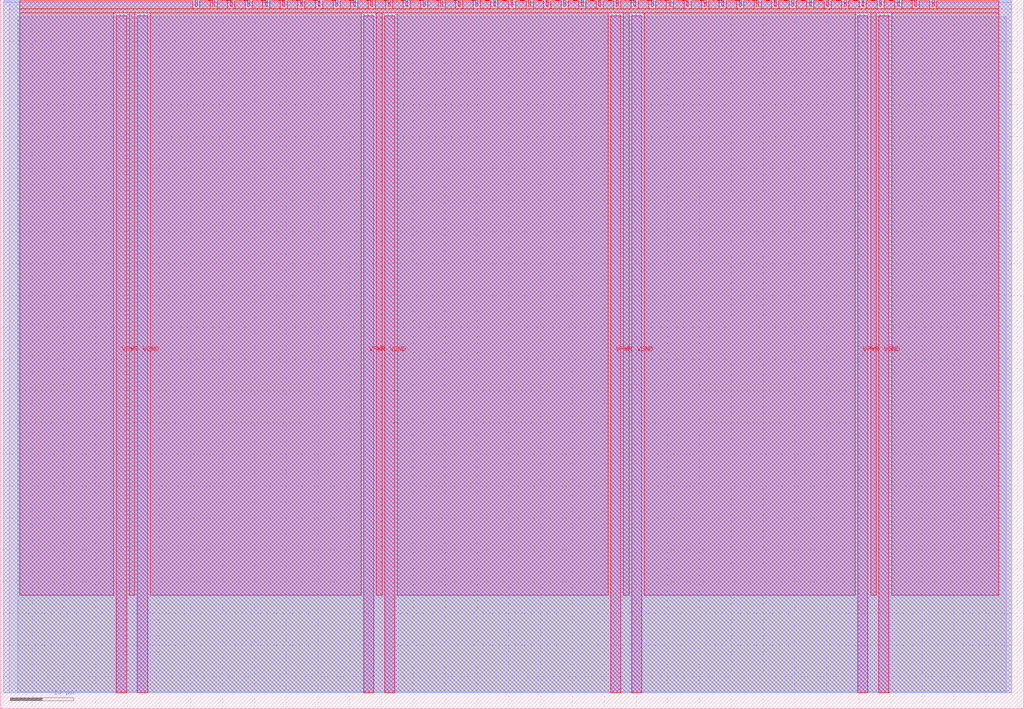
<source format=lef>
VERSION 5.7 ;
  NOWIREEXTENSIONATPIN ON ;
  DIVIDERCHAR "/" ;
  BUSBITCHARS "[]" ;
MACRO tt_um_simon_cipher
  CLASS BLOCK ;
  FOREIGN tt_um_simon_cipher ;
  ORIGIN 0.000 0.000 ;
  SIZE 161.000 BY 111.520 ;
  PIN VGND
    DIRECTION INOUT ;
    USE GROUND ;
    PORT
      LAYER met4 ;
        RECT 21.580 2.480 23.180 109.040 ;
    END
    PORT
      LAYER met4 ;
        RECT 60.450 2.480 62.050 109.040 ;
    END
    PORT
      LAYER met4 ;
        RECT 99.320 2.480 100.920 109.040 ;
    END
    PORT
      LAYER met4 ;
        RECT 138.190 2.480 139.790 109.040 ;
    END
  END VGND
  PIN VPWR
    DIRECTION INOUT ;
    USE POWER ;
    PORT
      LAYER met4 ;
        RECT 18.280 2.480 19.880 109.040 ;
    END
    PORT
      LAYER met4 ;
        RECT 57.150 2.480 58.750 109.040 ;
    END
    PORT
      LAYER met4 ;
        RECT 96.020 2.480 97.620 109.040 ;
    END
    PORT
      LAYER met4 ;
        RECT 134.890 2.480 136.490 109.040 ;
    END
  END VPWR
  PIN clk
    DIRECTION INPUT ;
    USE SIGNAL ;
    ANTENNAGATEAREA 0.852000 ;
    PORT
      LAYER met4 ;
        RECT 143.830 110.520 144.130 111.520 ;
    END
  END clk
  PIN ena
    DIRECTION INPUT ;
    USE SIGNAL ;
    PORT
      LAYER met4 ;
        RECT 146.590 110.520 146.890 111.520 ;
    END
  END ena
  PIN rst_n
    DIRECTION INPUT ;
    USE SIGNAL ;
    ANTENNAGATEAREA 0.126000 ;
    PORT
      LAYER met4 ;
        RECT 141.070 110.520 141.370 111.520 ;
    END
  END rst_n
  PIN ui_in[0]
    DIRECTION INPUT ;
    USE SIGNAL ;
    ANTENNAGATEAREA 0.196500 ;
    PORT
      LAYER met4 ;
        RECT 138.310 110.520 138.610 111.520 ;
    END
  END ui_in[0]
  PIN ui_in[1]
    DIRECTION INPUT ;
    USE SIGNAL ;
    PORT
      LAYER met4 ;
        RECT 135.550 110.520 135.850 111.520 ;
    END
  END ui_in[1]
  PIN ui_in[2]
    DIRECTION INPUT ;
    USE SIGNAL ;
    PORT
      LAYER met4 ;
        RECT 132.790 110.520 133.090 111.520 ;
    END
  END ui_in[2]
  PIN ui_in[3]
    DIRECTION INPUT ;
    USE SIGNAL ;
    PORT
      LAYER met4 ;
        RECT 130.030 110.520 130.330 111.520 ;
    END
  END ui_in[3]
  PIN ui_in[4]
    DIRECTION INPUT ;
    USE SIGNAL ;
    PORT
      LAYER met4 ;
        RECT 127.270 110.520 127.570 111.520 ;
    END
  END ui_in[4]
  PIN ui_in[5]
    DIRECTION INPUT ;
    USE SIGNAL ;
    ANTENNAGATEAREA 0.196500 ;
    PORT
      LAYER met4 ;
        RECT 124.510 110.520 124.810 111.520 ;
    END
  END ui_in[5]
  PIN ui_in[6]
    DIRECTION INPUT ;
    USE SIGNAL ;
    ANTENNAGATEAREA 0.213000 ;
    ANTENNADIFFAREA 0.434700 ;
    PORT
      LAYER met4 ;
        RECT 121.750 110.520 122.050 111.520 ;
    END
  END ui_in[6]
  PIN ui_in[7]
    DIRECTION INPUT ;
    USE SIGNAL ;
    ANTENNAGATEAREA 0.196500 ;
    PORT
      LAYER met4 ;
        RECT 118.990 110.520 119.290 111.520 ;
    END
  END ui_in[7]
  PIN uio_in[0]
    DIRECTION INPUT ;
    USE SIGNAL ;
    PORT
      LAYER met4 ;
        RECT 116.230 110.520 116.530 111.520 ;
    END
  END uio_in[0]
  PIN uio_in[1]
    DIRECTION INPUT ;
    USE SIGNAL ;
    PORT
      LAYER met4 ;
        RECT 113.470 110.520 113.770 111.520 ;
    END
  END uio_in[1]
  PIN uio_in[2]
    DIRECTION INPUT ;
    USE SIGNAL ;
    PORT
      LAYER met4 ;
        RECT 110.710 110.520 111.010 111.520 ;
    END
  END uio_in[2]
  PIN uio_in[3]
    DIRECTION INPUT ;
    USE SIGNAL ;
    PORT
      LAYER met4 ;
        RECT 107.950 110.520 108.250 111.520 ;
    END
  END uio_in[3]
  PIN uio_in[4]
    DIRECTION INPUT ;
    USE SIGNAL ;
    PORT
      LAYER met4 ;
        RECT 105.190 110.520 105.490 111.520 ;
    END
  END uio_in[4]
  PIN uio_in[5]
    DIRECTION INPUT ;
    USE SIGNAL ;
    PORT
      LAYER met4 ;
        RECT 102.430 110.520 102.730 111.520 ;
    END
  END uio_in[5]
  PIN uio_in[6]
    DIRECTION INPUT ;
    USE SIGNAL ;
    PORT
      LAYER met4 ;
        RECT 99.670 110.520 99.970 111.520 ;
    END
  END uio_in[6]
  PIN uio_in[7]
    DIRECTION INPUT ;
    USE SIGNAL ;
    PORT
      LAYER met4 ;
        RECT 96.910 110.520 97.210 111.520 ;
    END
  END uio_in[7]
  PIN uio_oe[0]
    DIRECTION OUTPUT ;
    USE SIGNAL ;
    ANTENNADIFFAREA 0.445500 ;
    PORT
      LAYER met4 ;
        RECT 49.990 110.520 50.290 111.520 ;
    END
  END uio_oe[0]
  PIN uio_oe[1]
    DIRECTION OUTPUT ;
    USE SIGNAL ;
    ANTENNADIFFAREA 0.445500 ;
    PORT
      LAYER met4 ;
        RECT 47.230 110.520 47.530 111.520 ;
    END
  END uio_oe[1]
  PIN uio_oe[2]
    DIRECTION OUTPUT ;
    USE SIGNAL ;
    ANTENNADIFFAREA 0.445500 ;
    PORT
      LAYER met4 ;
        RECT 44.470 110.520 44.770 111.520 ;
    END
  END uio_oe[2]
  PIN uio_oe[3]
    DIRECTION OUTPUT ;
    USE SIGNAL ;
    ANTENNADIFFAREA 0.445500 ;
    PORT
      LAYER met4 ;
        RECT 41.710 110.520 42.010 111.520 ;
    END
  END uio_oe[3]
  PIN uio_oe[4]
    DIRECTION OUTPUT ;
    USE SIGNAL ;
    ANTENNADIFFAREA 0.445500 ;
    PORT
      LAYER met4 ;
        RECT 38.950 110.520 39.250 111.520 ;
    END
  END uio_oe[4]
  PIN uio_oe[5]
    DIRECTION OUTPUT ;
    USE SIGNAL ;
    ANTENNADIFFAREA 0.445500 ;
    PORT
      LAYER met4 ;
        RECT 36.190 110.520 36.490 111.520 ;
    END
  END uio_oe[5]
  PIN uio_oe[6]
    DIRECTION OUTPUT ;
    USE SIGNAL ;
    ANTENNADIFFAREA 0.445500 ;
    PORT
      LAYER met4 ;
        RECT 33.430 110.520 33.730 111.520 ;
    END
  END uio_oe[6]
  PIN uio_oe[7]
    DIRECTION OUTPUT ;
    USE SIGNAL ;
    ANTENNADIFFAREA 0.445500 ;
    PORT
      LAYER met4 ;
        RECT 30.670 110.520 30.970 111.520 ;
    END
  END uio_oe[7]
  PIN uio_out[0]
    DIRECTION OUTPUT ;
    USE SIGNAL ;
    ANTENNADIFFAREA 0.445500 ;
    PORT
      LAYER met4 ;
        RECT 72.070 110.520 72.370 111.520 ;
    END
  END uio_out[0]
  PIN uio_out[1]
    DIRECTION OUTPUT ;
    USE SIGNAL ;
    ANTENNADIFFAREA 0.445500 ;
    PORT
      LAYER met4 ;
        RECT 69.310 110.520 69.610 111.520 ;
    END
  END uio_out[1]
  PIN uio_out[2]
    DIRECTION OUTPUT ;
    USE SIGNAL ;
    ANTENNADIFFAREA 0.445500 ;
    PORT
      LAYER met4 ;
        RECT 66.550 110.520 66.850 111.520 ;
    END
  END uio_out[2]
  PIN uio_out[3]
    DIRECTION OUTPUT ;
    USE SIGNAL ;
    ANTENNADIFFAREA 0.445500 ;
    PORT
      LAYER met4 ;
        RECT 63.790 110.520 64.090 111.520 ;
    END
  END uio_out[3]
  PIN uio_out[4]
    DIRECTION OUTPUT ;
    USE SIGNAL ;
    ANTENNADIFFAREA 0.445500 ;
    PORT
      LAYER met4 ;
        RECT 61.030 110.520 61.330 111.520 ;
    END
  END uio_out[4]
  PIN uio_out[5]
    DIRECTION OUTPUT ;
    USE SIGNAL ;
    ANTENNADIFFAREA 0.445500 ;
    PORT
      LAYER met4 ;
        RECT 58.270 110.520 58.570 111.520 ;
    END
  END uio_out[5]
  PIN uio_out[6]
    DIRECTION OUTPUT ;
    USE SIGNAL ;
    ANTENNADIFFAREA 0.445500 ;
    PORT
      LAYER met4 ;
        RECT 55.510 110.520 55.810 111.520 ;
    END
  END uio_out[6]
  PIN uio_out[7]
    DIRECTION OUTPUT ;
    USE SIGNAL ;
    ANTENNADIFFAREA 0.445500 ;
    PORT
      LAYER met4 ;
        RECT 52.750 110.520 53.050 111.520 ;
    END
  END uio_out[7]
  PIN uo_out[0]
    DIRECTION OUTPUT ;
    USE SIGNAL ;
    ANTENNADIFFAREA 0.445500 ;
    PORT
      LAYER met4 ;
        RECT 94.150 110.520 94.450 111.520 ;
    END
  END uo_out[0]
  PIN uo_out[1]
    DIRECTION OUTPUT ;
    USE SIGNAL ;
    ANTENNADIFFAREA 0.445500 ;
    PORT
      LAYER met4 ;
        RECT 91.390 110.520 91.690 111.520 ;
    END
  END uo_out[1]
  PIN uo_out[2]
    DIRECTION OUTPUT ;
    USE SIGNAL ;
    ANTENNADIFFAREA 0.445500 ;
    PORT
      LAYER met4 ;
        RECT 88.630 110.520 88.930 111.520 ;
    END
  END uo_out[2]
  PIN uo_out[3]
    DIRECTION OUTPUT ;
    USE SIGNAL ;
    ANTENNADIFFAREA 0.445500 ;
    PORT
      LAYER met4 ;
        RECT 85.870 110.520 86.170 111.520 ;
    END
  END uo_out[3]
  PIN uo_out[4]
    DIRECTION OUTPUT ;
    USE SIGNAL ;
    ANTENNADIFFAREA 0.445500 ;
    PORT
      LAYER met4 ;
        RECT 83.110 110.520 83.410 111.520 ;
    END
  END uo_out[4]
  PIN uo_out[5]
    DIRECTION OUTPUT ;
    USE SIGNAL ;
    ANTENNADIFFAREA 0.445500 ;
    PORT
      LAYER met4 ;
        RECT 80.350 110.520 80.650 111.520 ;
    END
  END uo_out[5]
  PIN uo_out[6]
    DIRECTION OUTPUT ;
    USE SIGNAL ;
    ANTENNADIFFAREA 0.445500 ;
    PORT
      LAYER met4 ;
        RECT 77.590 110.520 77.890 111.520 ;
    END
  END uo_out[6]
  PIN uo_out[7]
    DIRECTION OUTPUT ;
    USE SIGNAL ;
    ANTENNADIFFAREA 0.795200 ;
    PORT
      LAYER met4 ;
        RECT 74.830 110.520 75.130 111.520 ;
    END
  END uo_out[7]
  OBS
      LAYER li1 ;
        RECT 2.760 2.635 158.240 108.885 ;
      LAYER met1 ;
        RECT 0.530 2.480 159.090 111.140 ;
      LAYER met2 ;
        RECT 0.560 2.535 159.070 111.365 ;
      LAYER met3 ;
        RECT 1.445 2.555 159.095 111.345 ;
      LAYER met4 ;
        RECT 3.055 110.120 30.270 111.345 ;
        RECT 31.370 110.120 33.030 111.345 ;
        RECT 34.130 110.120 35.790 111.345 ;
        RECT 36.890 110.120 38.550 111.345 ;
        RECT 39.650 110.120 41.310 111.345 ;
        RECT 42.410 110.120 44.070 111.345 ;
        RECT 45.170 110.120 46.830 111.345 ;
        RECT 47.930 110.120 49.590 111.345 ;
        RECT 50.690 110.120 52.350 111.345 ;
        RECT 53.450 110.120 55.110 111.345 ;
        RECT 56.210 110.120 57.870 111.345 ;
        RECT 58.970 110.120 60.630 111.345 ;
        RECT 61.730 110.120 63.390 111.345 ;
        RECT 64.490 110.120 66.150 111.345 ;
        RECT 67.250 110.120 68.910 111.345 ;
        RECT 70.010 110.120 71.670 111.345 ;
        RECT 72.770 110.120 74.430 111.345 ;
        RECT 75.530 110.120 77.190 111.345 ;
        RECT 78.290 110.120 79.950 111.345 ;
        RECT 81.050 110.120 82.710 111.345 ;
        RECT 83.810 110.120 85.470 111.345 ;
        RECT 86.570 110.120 88.230 111.345 ;
        RECT 89.330 110.120 90.990 111.345 ;
        RECT 92.090 110.120 93.750 111.345 ;
        RECT 94.850 110.120 96.510 111.345 ;
        RECT 97.610 110.120 99.270 111.345 ;
        RECT 100.370 110.120 102.030 111.345 ;
        RECT 103.130 110.120 104.790 111.345 ;
        RECT 105.890 110.120 107.550 111.345 ;
        RECT 108.650 110.120 110.310 111.345 ;
        RECT 111.410 110.120 113.070 111.345 ;
        RECT 114.170 110.120 115.830 111.345 ;
        RECT 116.930 110.120 118.590 111.345 ;
        RECT 119.690 110.120 121.350 111.345 ;
        RECT 122.450 110.120 124.110 111.345 ;
        RECT 125.210 110.120 126.870 111.345 ;
        RECT 127.970 110.120 129.630 111.345 ;
        RECT 130.730 110.120 132.390 111.345 ;
        RECT 133.490 110.120 135.150 111.345 ;
        RECT 136.250 110.120 137.910 111.345 ;
        RECT 139.010 110.120 140.670 111.345 ;
        RECT 141.770 110.120 143.430 111.345 ;
        RECT 144.530 110.120 146.190 111.345 ;
        RECT 147.290 110.120 157.025 111.345 ;
        RECT 3.055 109.440 157.025 110.120 ;
        RECT 3.055 17.855 17.880 109.440 ;
        RECT 20.280 17.855 21.180 109.440 ;
        RECT 23.580 17.855 56.750 109.440 ;
        RECT 59.150 17.855 60.050 109.440 ;
        RECT 62.450 17.855 95.620 109.440 ;
        RECT 98.020 17.855 98.920 109.440 ;
        RECT 101.320 17.855 134.490 109.440 ;
        RECT 136.890 17.855 137.790 109.440 ;
        RECT 140.190 17.855 157.025 109.440 ;
  END
END tt_um_simon_cipher
END LIBRARY


</source>
